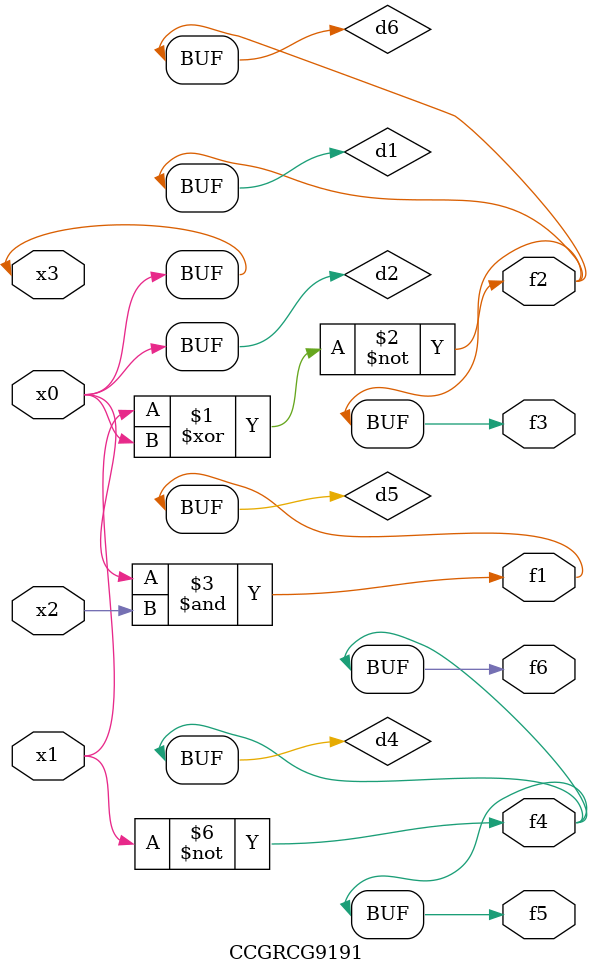
<source format=v>
module CCGRCG9191(
	input x0, x1, x2, x3,
	output f1, f2, f3, f4, f5, f6
);

	wire d1, d2, d3, d4, d5, d6;

	xnor (d1, x1, x3);
	buf (d2, x0, x3);
	nand (d3, x0, x2);
	not (d4, x1);
	nand (d5, d3);
	or (d6, d1);
	assign f1 = d5;
	assign f2 = d6;
	assign f3 = d6;
	assign f4 = d4;
	assign f5 = d4;
	assign f6 = d4;
endmodule

</source>
